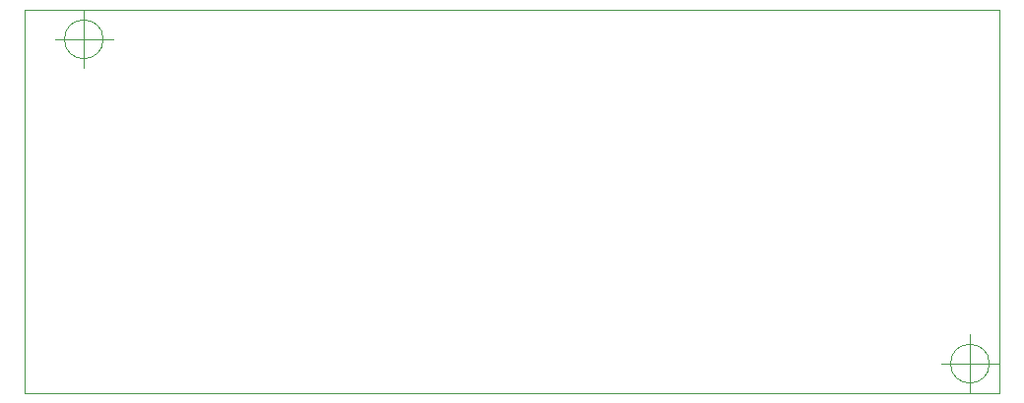
<source format=gbr>
G04 #@! TF.GenerationSoftware,KiCad,Pcbnew,5.1.4-3.fc30*
G04 #@! TF.CreationDate,2019-09-24T14:13:47+02:00*
G04 #@! TF.ProjectId,atmega_prog_adapter_v1,61746d65-6761-45f7-9072-6f675f616461,1.0*
G04 #@! TF.SameCoordinates,Original*
G04 #@! TF.FileFunction,Profile,NP*
%FSLAX46Y46*%
G04 Gerber Fmt 4.6, Leading zero omitted, Abs format (unit mm)*
G04 Created by KiCad (PCBNEW 5.1.4-3.fc30) date 2019-09-24 14:13:47*
%MOMM*%
%LPD*%
G04 APERTURE LIST*
%ADD10C,0.050000*%
G04 APERTURE END LIST*
D10*
X184546666Y-99060000D02*
G75*
G03X184546666Y-99060000I-1666666J0D01*
G01*
X180380000Y-99060000D02*
X185380000Y-99060000D01*
X182880000Y-96560000D02*
X182880000Y-101560000D01*
X108346666Y-71120000D02*
G75*
G03X108346666Y-71120000I-1666666J0D01*
G01*
X104180000Y-71120000D02*
X109180000Y-71120000D01*
X106680000Y-68620000D02*
X106680000Y-73620000D01*
X101600000Y-101600000D02*
X101600000Y-68580000D01*
X185420000Y-101600000D02*
X101600000Y-101600000D01*
X185420000Y-68580000D02*
X185420000Y-101600000D01*
X101600000Y-68580000D02*
X185420000Y-68580000D01*
M02*

</source>
